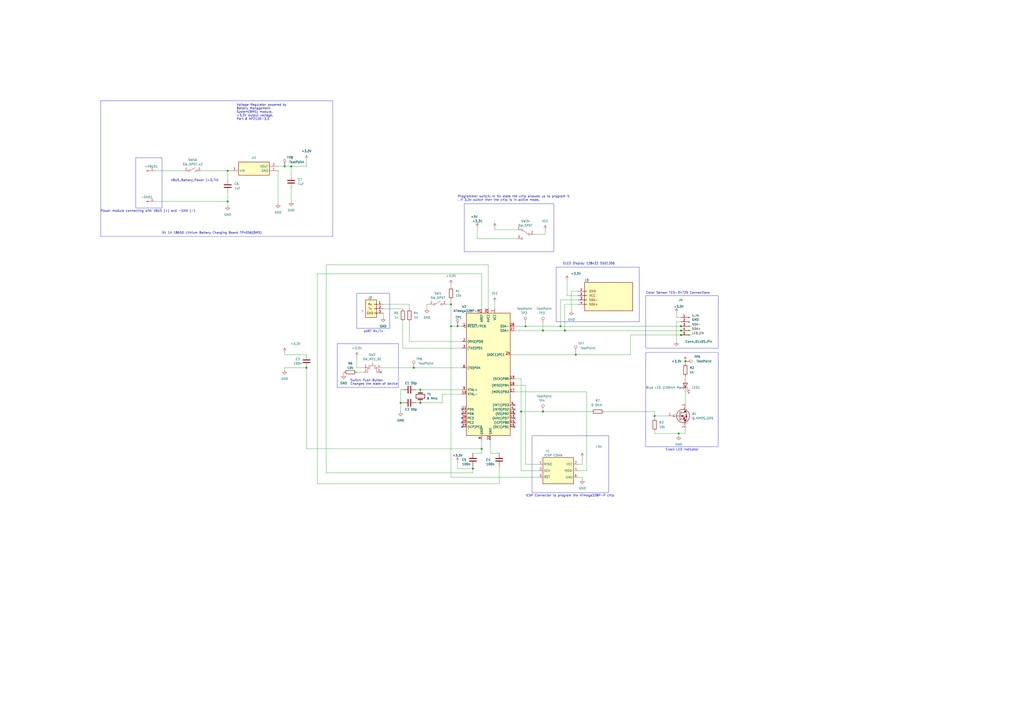
<source format=kicad_sch>
(kicad_sch (version 20230121) (generator eeschema)
  (paper "A2")
  (title_block (title "Color Sensor (Team 3)") (date "2023-11-14") (rev "4"))
  (lib_symbols
    (symbol "+3.3V_1" (power) (pin_names (offset 0))
      (property "Value" "+3.3V_1" (at 0 5.08 0))
      (symbol "+3.3V_1_0_1"
        (polyline (pts (xy -0.762 1.27) (xy 0 2.54)))
        (polyline (pts (xy 0 0) (xy 0 2.54)))
        (polyline (pts (xy 0 2.54) (xy 0.762 1.27)))
      )
      (symbol "+3.3V_1_1_1"
        (pin power_in line (at 0 0 90) (length 0) hide (name "+3.3V") (number "1"))
      )
    )
    (symbol "+3.3V_2" (power) (pin_names (offset 0))
      (property "Value" "+3.3V_2" (at 0 5.08 0))
      (symbol "+3.3V_2_0_1"
        (polyline (pts (xy -0.762 1.27) (xy 0 2.54)))
        (polyline (pts (xy 0 0) (xy 0 2.54)))
        (polyline (pts (xy 0 2.54) (xy 0.762 1.27)))
      )
      (symbol "+3.3V_2_1_1"
        (pin power_in line (at 0 0 90) (length 0) hide (name "+3.3V") (number "1"))
      )
    )
    (symbol "+3.3V_3" (power) (pin_names (offset 0))
      (property "Value" "+3.3V_3" (at 0 5.08 0))
      (symbol "+3.3V_3_0_1"
        (polyline (pts (xy -0.762 1.27) (xy 0 2.54)))
        (polyline (pts (xy 0 0) (xy 0 2.54)))
        (polyline (pts (xy 0 2.54) (xy 0.762 1.27)))
      )
      (symbol "+3.3V_3_1_1"
        (pin power_in line (at 0 0 90) (length 0) hide (name "+3.3V") (number "1"))
      )
    )
    (symbol "+3.3V_4" (power) (pin_names (offset 0))
      (property "Value" "+3.3V_4" (at 0 5.08 0))
      (symbol "+3.3V_4_0_1"
        (polyline (pts (xy -0.762 1.27) (xy 0 2.54)))
        (polyline (pts (xy 0 0) (xy 0 2.54)))
        (polyline (pts (xy 0 2.54) (xy 0.762 1.27)))
      )
      (symbol "+3.3V_4_1_1"
        (pin power_in line (at 0 0 90) (length 0) hide (name "+3.3V") (number "1"))
      )
    )
    (symbol "+5V_1" (power) (pin_names (offset 0))
      (property "Value" "+5V_1" (at 0 5.08 0))
      (symbol "+5V_1_0_1"
        (polyline (pts (xy -0.762 1.27) (xy 0 2.54)))
        (polyline (pts (xy 0 0) (xy 0 2.54)))
        (polyline (pts (xy 0 2.54) (xy 0.762 1.27)))
      )
      (symbol "+5V_1_1_1"
        (pin power_in line (at 0 0 90) (length 0) hide (name "+5V") (number "1"))
      )
    )
    (symbol "2023-11-13_01-53-07:DMN63D8LW-13" (pin_names (offset 0.254))
      (property "Reference" "U" (at 13.97 1.905 0))
      (property "Value" "DMN63D8LW-13" (at 13.97 -2.54 0))
      (symbol "DMN63D8LW-13_0_1"
        (polyline (pts (xy 2.54 0) (xy 5.08 0)) (stroke (width 0.127)))
        (polyline (pts (xy 5.08 0) (xy 6.985 0)) (stroke (width 0.2032)))
        (polyline (pts (xy 6.985 -2.54) (xy 6.985 2.54)) (stroke (width 0.2032)))
        (polyline (pts (xy 7.62 -2.54) (xy 7.62 -1.27)) (stroke (width 0.2032)))
        (polyline (pts (xy 7.62 -1.905) (xy 9.525 -1.905)) (stroke (width 0.2032)))
        (polyline (pts (xy 7.62 -0.635) (xy 7.62 0.635)) (stroke (width 0.2032)))
        (polyline (pts (xy 7.62 1.27) (xy 7.62 2.54)) (stroke (width 0.2032)))
        (polyline (pts (xy 7.62 1.905) (xy 9.525 1.905)) (stroke (width 0.2032)))
        (polyline (pts (xy 8.89 0) (xy 9.525 0)) (stroke (width 0.2032)))
        (polyline (pts (xy 9.525 -5.08) (xy 9.525 -2.54)) (stroke (width 0.127)))
        (polyline (pts (xy 9.525 -2.54) (xy 9.525 0)) (stroke (width 0.2032)))
        (polyline (pts (xy 9.525 -2.54) (xy 10.795 -2.54)) (stroke (width 0.2032)))
        (polyline (pts (xy 9.525 1.905) (xy 9.525 2.54)) (stroke (width 0.2032)))
        (polyline (pts (xy 9.525 2.54) (xy 9.525 5.08)) (stroke (width 0.127)))
        (polyline (pts (xy 9.525 2.54) (xy 10.795 2.54)) (stroke (width 0.2032)))
        (polyline (pts (xy 9.525 5.08) (xy 10.16 5.08)) (stroke (width 0.127)))
        (polyline (pts (xy 10.16 -5.08) (xy 9.525 -5.08)) (stroke (width 0.127)))
        (polyline (pts (xy 10.795 -2.54) (xy 10.795 -0.635)) (stroke (width 0.2032)))
        (polyline (pts (xy 10.795 0.635) (xy 10.795 2.54)) (stroke (width 0.2032)))
        (polyline (pts (xy 11.43 0.635) (xy 10.16 0.635)) (stroke (width 0.2032)))
        (polyline (pts (xy 8.89 0.635) (xy 7.62 0) (xy 8.89 -0.635)) (stroke (width 0.0254)) (fill (type outline)))
        (polyline (pts (xy 11.43 -0.635) (xy 10.16 -0.635) (xy 10.795 0.635)) (stroke (width 0.0254)) (fill (type outline)))
        (circle (center 8.89 0) (radius 3.81) (stroke (width 0.254)))
        (circle (center 9.525 -1.27) (radius 0.0254) (stroke (width 0.508)))
        (circle (center 10.16 -2.54) (radius 0.0254) (stroke (width 0.508)))
        (circle (center 10.16 2.54) (radius 0.0254) (stroke (width 0.508)))
        (pin unspecified line (at 0 0 0) (length 2.54) (name "G") (number "1"))
        (pin unspecified line (at 10.16 7.62 270) (length 2.54) (name "D") (number "2"))
        (pin unspecified line (at 10.16 -7.62 90) (length 2.54) (name "S") (number "3"))
      )
    )
    (symbol "Conn_PIC_ICSP_ICD_1"
      (property "Reference" "J6" (at -3.81 12.7 0))
      (property "Value" "ICSP CONN" (at 5.08 10.16 0))
      (symbol "Conn_PIC_ICSP_ICD_1_0_1"
        (rectangle (start -7.62 7.62) (end 10.16 -7.62) (stroke (width 0.254)) (fill (type background)))
      )
      (symbol "Conn_PIC_ICSP_ICD_1_1_1"
        (pin bidirectional line (at -10.16 3.81 0) (length 2.54) (name "MISO") (number "1"))
        (pin bidirectional line (at 12.7 3.81 180) (length 2.54) (name "VCC") (number "2"))
        (pin output line (at -10.16 0 0) (length 2.54) (name "SCK") (number "3"))
        (pin output line (at 12.7 0 180) (length 2.54) (name "MOSI") (number "4"))
        (pin output line (at -10.16 -3.81 0) (length 2.54) (name "~{RST}") (number "5"))
        (pin output line (at 12.7 -3.81 180) (length 2.54) (name "GND") (number "6"))
      )
    )
    (symbol "Connector:Conn_01x01_Pin" (pin_names (offset 1.016) hide)
      (property "Reference" "J" (at 0 2.54 0))
      (property "Value" "Conn_01x01_Pin" (at 0 -2.54 0))
      (symbol "Conn_01x01_Pin_1_1"
        (polyline (pts (xy 1.27 0) (xy 0.8636 0)) (stroke (width 0.1524)))
        (rectangle (start 0.8636 0.127) (end 0 -0.127) (stroke (width 0.1524)) (fill (type outline)))
        (pin passive line (at 5.08 0 180) (length 3.81) (name "Pin_1") (number "1"))
      )
    )
    (symbol "Connector:Conn_01x05_Pin" (pin_names (offset 1.016) hide)
      (property "Reference" "J" (at 0 7.62 0))
      (property "Value" "Conn_01x05_Pin" (at 0 -7.62 0))
      (symbol "Conn_01x05_Pin_1_1"
        (polyline (pts (xy 1.27 -5.08) (xy 0.8636 -5.08)) (stroke (width 0.1524)))
        (polyline (pts (xy 1.27 -2.54) (xy 0.8636 -2.54)) (stroke (width 0.1524)))
        (polyline (pts (xy 1.27 0) (xy 0.8636 0)) (stroke (width 0.1524)))
        (polyline (pts (xy 1.27 2.54) (xy 0.8636 2.54)) (stroke (width 0.1524)))
        (polyline (pts (xy 1.27 5.08) (xy 0.8636 5.08)) (stroke (width 0.1524)))
        (rectangle (start 0.8636 -4.953) (end 0 -5.207) (stroke (width 0.1524)) (fill (type outline)))
        (rectangle (start 0.8636 -2.413) (end 0 -2.667) (stroke (width 0.1524)) (fill (type outline)))
        (rectangle (start 0.8636 0.127) (end 0 -0.127) (stroke (width 0.1524)) (fill (type outline)))
        (rectangle (start 0.8636 2.667) (end 0 2.413) (stroke (width 0.1524)) (fill (type outline)))
        (rectangle (start 0.8636 5.207) (end 0 4.953) (stroke (width 0.1524)) (fill (type outline)))
        (pin passive line (at 5.08 5.08 180) (length 3.81) (name "Pin_1") (number "1"))
        (pin passive line (at 5.08 2.54 180) (length 3.81) (name "Pin_2") (number "2"))
        (pin passive line (at 5.08 0 180) (length 3.81) (name "Pin_3") (number "3"))
        (pin passive line (at 5.08 -2.54 180) (length 3.81) (name "Pin_4") (number "4"))
        (pin passive line (at 5.08 -5.08 180) (length 3.81) (name "Pin_5") (number "5"))
      )
    )
    (symbol "Connector:TestPoint" (pin_numbers hide) (pin_names (offset 0.762) hide)
      (property "Reference" "TP" (at 0 6.858 0))
      (property "Value" "TestPoint" (at 0 5.08 0))
      (symbol "TestPoint_0_1"
        (circle (center 0 3.302) (radius 0.762))
      )
      (symbol "TestPoint_1_1"
        (pin passive line (at 0 0 90) (length 2.54) (name "1") (number "1"))
      )
    )
    (symbol "Connector_Generic:Conn_01x03" (pin_names (offset 1.016) hide)
      (property "Reference" "J2" (at 7.62 1.27 0))
      (property "Value" "Conn_01x03" (at 6.35 -1.27 0))
      (symbol "Conn_01x03_1_1"
        (rectangle (start -1.27 -2.413) (end 0 -2.667) (stroke (width 0.1524)))
        (rectangle (start -1.27 0.127) (end 0 -0.127) (stroke (width 0.1524)))
        (rectangle (start -1.27 2.667) (end 0 2.413) (stroke (width 0.1524)))
        (rectangle (start -1.27 5.08) (end 5.08 -5.08) (stroke (width 0.254)) (fill (type background)))
        (text "GND" (at 2.54 -2.54 0) (effects (font (size 1.27 1.27))))
        (text "Rx" (at 2.54 2.54 0) (effects (font (size 1.27 1.27))))
        (text "Tx" (at 2.54 0 0) (effects (font (size 1.27 1.27))))
        (pin passive line (at -5.08 2.54 0) (length 3.81) (name "Pin_1") (number "1"))
        (pin passive line (at -5.08 0 0) (length 3.81) (name "Pin_2") (number "2"))
        (pin passive line (at -5.08 -2.54 0) (length 3.81) (name "Pin_3") (number "3"))
      )
    )
    (symbol "Connector_Generic:Conn_01x04" (pin_names (offset 1.016) hide)
      (property "Reference" "J3" (at -1.27 8.89 0))
      (symbol "Conn_01x04_1_1"
        (rectangle (start -1.27 -4.953) (end 0 -5.207) (stroke (width 0.1524)))
        (rectangle (start -1.27 -2.413) (end 0 -2.667) (stroke (width 0.1524)))
        (rectangle (start -1.27 0.127) (end 0 -0.127) (stroke (width 0.1524)))
        (rectangle (start -1.27 2.667) (end 0 2.413) (stroke (width 0.1524)))
        (rectangle (start -1.27 7.62) (end 26.67 -8.89) (stroke (width 0.254)) (fill (type background)))
        (text "GND" (at 1.27 2.54 0) (effects (font (size 1.27 1.27)) (justify left)))
        (text "SDA+\n" (at 1.27 -5.08 0) (effects (font (size 1.27 1.27)) (justify left)))
        (text "SDA-" (at 1.27 -2.54 0) (effects (font (size 1.27 1.27)) (justify left)))
        (text "VCC" (at 1.27 0 0) (effects (font (size 1.27 1.27)) (justify left)))
        (pin passive line (at -5.08 2.54 0) (length 3.81) (name "Pin_1") (number "1"))
        (pin passive line (at -5.08 0 0) (length 3.81) (name "Pin_2") (number "2"))
        (pin passive line (at -5.08 -2.54 0) (length 3.81) (name "Pin_3") (number "3"))
        (pin passive line (at -5.08 -5.08 0) (length 3.81) (name "Pin_4") (number "4"))
      )
    )
    (symbol "Device:C" (pin_numbers hide) (pin_names (offset 0.254))
      (property "Reference" "C" (at 0.635 2.54 0))
      (property "Value" "C" (at 0.635 -2.54 0))
      (symbol "C_0_1"
        (polyline (pts (xy -2.032 -0.762) (xy 2.032 -0.762)) (stroke (width 0.508)))
        (polyline (pts (xy -2.032 0.762) (xy 2.032 0.762)) (stroke (width 0.508)))
      )
      (symbol "C_1_1"
        (pin passive line (at 0 3.81 270) (length 2.794) (name "~") (number "1"))
        (pin passive line (at 0 -3.81 90) (length 2.794) (name "~") (number "2"))
      )
    )
    (symbol "Device:Crystal" (pin_numbers hide) (pin_names (offset 1.016) hide)
      (property "Reference" "Y" (at 0 3.81 0))
      (property "Value" "Crystal" (at 0 -3.81 0))
      (symbol "Crystal_0_1"
        (rectangle (start -1.143 2.54) (end 1.143 -2.54) (stroke (width 0.3048)))
        (polyline (pts (xy -2.54 0) (xy -1.905 0)))
        (polyline (pts (xy -1.905 -1.27) (xy -1.905 1.27)) (stroke (width 0.508)))
        (polyline (pts (xy 1.905 -1.27) (xy 1.905 1.27)) (stroke (width 0.508)))
        (polyline (pts (xy 2.54 0) (xy 1.905 0)))
      )
      (symbol "Crystal_1_1"
        (pin passive line (at -3.81 0 0) (length 1.27) (name "1") (number "1"))
        (pin passive line (at 3.81 0 180) (length 1.27) (name "2") (number "2"))
      )
    )
    (symbol "Device:LED" (pin_numbers hide) (pin_names (offset 1.016) hide)
      (property "Reference" "D" (at 0 2.54 0))
      (property "Value" "LED" (at 0 -2.54 0))
      (symbol "LED_0_1"
        (polyline (pts (xy -1.27 -1.27) (xy -1.27 1.27)) (stroke (width 0.254)))
        (polyline (pts (xy -1.27 0) (xy 1.27 0)))
        (polyline (pts (xy 1.27 -1.27) (xy 1.27 1.27) (xy -1.27 0) (xy 1.27 -1.27)) (stroke (width 0.254)))
        (polyline (pts (xy -3.048 -0.762) (xy -4.572 -2.286) (xy -3.81 -2.286) (xy -4.572 -2.286) (xy -4.572 -1.524)))
        (polyline (pts (xy -1.778 -0.762) (xy -3.302 -2.286) (xy -2.54 -2.286) (xy -3.302 -2.286) (xy -3.302 -1.524)))
      )
      (symbol "LED_1_1"
        (pin passive line (at -3.81 0 0) (length 2.54) (name "K") (number "1"))
        (pin passive line (at 3.81 0 180) (length 2.54) (name "A") (number "2"))
      )
    )
    (symbol "Device:R" (pin_numbers hide) (pin_names (offset 0))
      (property "Reference" "R" (at 2.032 0 90))
      (property "Value" "R" (at 0 0 90))
      (symbol "R_0_1"
        (rectangle (start -1.016 -2.54) (end 1.016 2.54) (stroke (width 0.254)))
      )
      (symbol "R_1_1"
        (pin passive line (at 0 3.81 270) (length 1.27) (name "~") (number "1"))
        (pin passive line (at 0 -3.81 90) (length 1.27) (name "~") (number "2"))
      )
    )
    (symbol "MCU_Microchip_ATmega:ATmega328P-P"
      (property "Reference" "U2" (at -13.97 39.37 0))
      (property "Value" "ATmega328P-P" (at -12.7 36.83 0))
      (symbol "ATmega328P-P_0_1"
        (rectangle (start -12.7 35.56) (end 12.7 -35.56) (stroke (width 0.254)) (fill (type background)))
      )
      (symbol "ATmega328P-P_1_1"
        (pin bidirectional inverted (at -15.24 27.94 0) (length 2.54) (name "~{RESET}/PC6") (number "1"))
        (pin bidirectional line (at -15.24 -11.43 0) (length 2.54) (name "XTAL-") (number "10"))
        (pin bidirectional line (at -15.24 -20.32 0) (length 2.54) (name "PD5") (number "11"))
        (pin bidirectional line (at -15.24 -22.86 0) (length 2.54) (name "PD6") (number "12"))
        (pin bidirectional line (at 15.24 -25.4 180) (length 2.54) (name "(AIN1)PD7") (number "13"))
        (pin bidirectional line (at 15.24 -27.94 180) (length 2.54) (name "(ICP)PB0") (number "14"))
        (pin bidirectional line (at 15.24 -30.48 180) (length 2.54) (name "(OC1)PB1") (number "15"))
        (pin bidirectional line (at 15.24 -22.86 180) (length 2.54) (name "(SS)PB2") (number "16"))
        (pin bidirectional line (at 15.24 -10.16 180) (length 2.54) (name "(MOSI)PB3") (number "17"))
        (pin bidirectional line (at 15.24 -6.35 180) (length 2.54) (name "(MISO)PB4") (number "18"))
        (pin bidirectional line (at 15.24 -2.54 180) (length 2.54) (name "(SCK)PB5") (number "19"))
        (pin bidirectional line (at -15.24 19.05 0) (length 2.54) (name "(RXD)PD0") (number "2"))
        (pin power_in line (at 0 38.1 270) (length 2.54) (name "AVCC") (number "20"))
        (pin passive line (at -3.81 38.1 270) (length 2.54) (name "AREF") (number "21"))
        (pin passive line (at 1.27 -38.1 90) (length 2.54) (name "GND") (number "22"))
        (pin bidirectional line (at -15.24 -30.48 0) (length 2.54) (name "(ICP)PC0") (number "23"))
        (pin bidirectional line (at 12.7 11.43 180) (length 2.54) (name "(ADC1)PC1") (number "24"))
        (pin bidirectional line (at -15.24 -27.94 0) (length 2.54) (name "PC2") (number "25"))
        (pin bidirectional line (at -15.24 -25.4 0) (length 2.54) (name "PC3") (number "26"))
        (pin bidirectional line (at 15.24 25.4 180) (length 2.54) (name "SDA+") (number "27"))
        (pin bidirectional line (at 15.24 27.94 180) (length 2.54) (name "SDA-") (number "28"))
        (pin bidirectional line (at -15.24 15.24 0) (length 2.54) (name "(TXD)PD1") (number "3"))
        (pin bidirectional line (at 15.24 -20.32 180) (length 2.54) (name "(INT0)PD2") (number "4"))
        (pin bidirectional line (at 15.24 -17.78 180) (length 2.54) (name "(INT1)PD3") (number "5"))
        (pin bidirectional line (at -15.24 3.81 0) (length 2.54) (name "(T0)PD4") (number "6"))
        (pin power_in line (at 3.81 38.1 270) (length 2.54) (name "VCC") (number "7"))
        (pin power_in line (at -3.81 -38.1 90) (length 2.54) (name "GND") (number "8"))
        (pin bidirectional line (at -15.24 -8.89 0) (length 2.54) (name "XTAL+") (number "9"))
      )
    )
    (symbol "SamacSys_Parts:AP2120N-3.3TRG1"
      (property "Reference" "PS" (at 24.13 7.62 0))
      (property "Value" "AP2120N-3.3TRG1" (at 24.13 5.08 0))
      (symbol "AP2120N-3.3TRG1_1_1"
        (rectangle (start 5.08 2.54) (end 22.86 -5.08) (stroke (width 0.254)) (fill (type background)))
        (pin passive line (at 0 0 0) (length 5.08) (name "GND") (number "1"))
        (pin passive line (at 0 -2.54 0) (length 5.08) (name "VOUT") (number "2"))
        (pin passive line (at 27.94 0 180) (length 5.08) (name "VIN") (number "3"))
      )
    )
    (symbol "Switch:SW_DPDT_x2" (pin_names (offset 0) hide)
      (property "Reference" "SW" (at 0 4.318 0))
      (property "Value" "SW_DPDT_x2" (at 0 -5.08 0))
      (symbol "SW_DPDT_x2_0_0"
        (circle (center -2.032 0) (radius 0.508))
        (circle (center 2.032 -2.54) (radius 0.508))
      )
      (symbol "SW_DPDT_x2_0_1"
        (polyline (pts (xy -1.524 0.254) (xy 1.651 2.286)))
        (circle (center 2.032 2.54) (radius 0.508))
      )
      (symbol "SW_DPDT_x2_1_1"
        (pin passive line (at 5.08 2.54 180) (length 2.54) (name "A") (number "1"))
        (pin passive line (at -5.08 0 0) (length 2.54) (name "B") (number "2"))
        (pin passive line (at 5.08 -2.54 180) (length 2.54) (name "C") (number "3"))
      )
      (symbol "SW_DPDT_x2_2_1"
        (pin passive line (at 5.08 2.54 180) (length 2.54) (name "A") (number "4"))
        (pin passive line (at -5.08 0 0) (length 2.54) (name "B") (number "5"))
        (pin passive line (at 5.08 -2.54 180) (length 2.54) (name "C") (number "6"))
      )
    )
    (symbol "Switch:SW_DPST_x2" (pin_names (offset 0) hide)
      (property "Reference" "SW" (at 0 3.175 0))
      (property "Value" "SW_DPST_x2" (at 0 -2.54 0))
      (symbol "SW_DPST_x2_0_0"
        (circle (center -2.032 0) (radius 0.508))
        (polyline (pts (xy -1.524 0.254) (xy 1.524 1.778)))
        (circle (center 2.032 0) (radius 0.508))
      )
      (symbol "SW_DPST_x2_1_1"
        (pin passive line (at -5.08 0 0) (length 2.54) (name "A") (number "1"))
        (pin passive line (at 5.08 0 180) (length 2.54) (name "B") (number "2"))
      )
      (symbol "SW_DPST_x2_2_1"
        (pin passive line (at -5.08 0 0) (length 2.54) (name "A") (number "3"))
        (pin passive line (at 5.08 0 180) (length 2.54) (name "B") (number "4"))
      )
    )
    (symbol "Switch:SW_MEC_5E" (pin_names (offset 1.016) hide)
      (property "Reference" "SW" (at 0.635 5.715 0))
      (property "Value" "SW_MEC_5E" (at 0 -3.175 0))
      (symbol "SW_MEC_5E_0_1"
        (circle (center -1.778 2.54) (radius 0.508))
        (polyline (pts (xy -2.286 3.81) (xy 2.286 3.81)))
        (polyline (pts (xy 0 3.81) (xy 0 5.588)))
        (polyline (pts (xy -2.54 0) (xy -2.54 2.54) (xy -2.286 2.54)))
        (polyline (pts (xy 2.54 0) (xy 2.54 2.54) (xy 2.286 2.54)))
        (circle (center 1.778 2.54) (radius 0.508))
        (pin passive line (at -5.08 2.54 0) (length 2.54) (name "1") (number "1"))
        (pin passive line (at -5.08 0 0) (length 2.54) (name "2") (number "2"))
        (pin passive line (at 5.08 0 180) (length 2.54) (name "K") (number "3"))
        (pin passive line (at 5.08 2.54 180) (length 2.54) (name "A") (number "4"))
      )
    )
    (symbol "Switch:SW_SPST" (pin_names (offset 0) hide)
      (property "Reference" "SW" (at 0 3.175 0))
      (property "Value" "SW_SPST" (at 0 -2.54 0))
      (symbol "SW_SPST_0_0"
        (circle (center -2.032 0) (radius 0.508))
        (polyline (pts (xy -1.524 0.254) (xy 1.524 1.778)))
        (circle (center 2.032 0) (radius 0.508))
      )
      (symbol "SW_SPST_1_1"
        (pin passive line (at -5.08 0 0) (length 2.54) (name "A") (number "1"))
        (pin passive line (at 5.08 0 180) (length 2.54) (name "B") (number "2"))
      )
    )
    (symbol "power:+3.3V" (power) (pin_names (offset 0))
      (property "Value" "+3.3V" (at 0 3.556 0))
      (symbol "+3.3V_0_1"
        (polyline (pts (xy -0.762 1.27) (xy 0 2.54)))
        (polyline (pts (xy 0 0) (xy 0 2.54)))
        (polyline (pts (xy 0 2.54) (xy 0.762 1.27)))
      )
      (symbol "+3.3V_1_1"
        (pin power_in line (at 0 0 90) (length 0) hide (name "+3.3V") (number "1"))
      )
    )
    (symbol "power:GND" (power) (pin_names (offset 0))
      (property "Value" "GND" (at 0 -3.81 0))
      (symbol "GND_0_1"
        (polyline (pts (xy 0 0) (xy 0 -1.27) (xy 1.27 -1.27) (xy 0 -2.54) (xy -1.27 -1.27) (xy 0 -1.27)))
      )
      (symbol "GND_1_1"
        (pin power_in line (at 0 0 270) (length 0) hide (name "GND") (number "1"))
      )
    )
    (symbol "power:VCC" (power) (pin_names (offset 0))
      (property "Value" "VCC" (at 0 3.81 0))
      (symbol "VCC_0_1"
        (polyline (pts (xy -0.762 1.27) (xy 0 2.54)))
        (polyline (pts (xy 0 0) (xy 0 2.54)))
        (polyline (pts (xy 0 2.54) (xy 0.762 1.27)))
      )
      (symbol "VCC_1_1"
        (pin power_in line (at 0 0 90) (length 0) hide (name "VCC") (number "1"))
      )
    )
  )
  (junction (at 279.4 260.35))
  (junction (at 394.97 194.31))
  (junction (at 393.7 251.46))
  (junction (at 232.41 233.68))
  (junction (at 397.51 209.55))
  (junction (at 379.73 241.3))
  (junction (at 261.62 176.53))
  (junction (at 314.96 191.77))
  (junction (at 314.96 238.76))
  (junction (at 261.62 189.23))
  (junction (at 243.84 226.06))
  (junction (at 240.03 213.36))
  (junction (at 177.8 213.36))
  (junction (at 274.32 271.78))
  (junction (at 243.84 233.68))
  (junction (at 165.1 96.52))
  (junction (at 302.26 238.76))
  (junction (at 327.66 191.77))
  (junction (at 304.8 189.23))
  (junction (at 132.08 99.06))
  (junction (at 265.43 189.23))
  (junction (at 132.08 116.84))
  (junction (at 394.97 189.23))
  (junction (at 394.97 191.77))
  (junction (at 325.12 189.23))
  (junction (at 334.01 205.74))
  (junction (at 168.91 96.52))
  (no_connect (at 298.45 242.57))
  (no_connect (at 267.97 247.65))
  (no_connect (at 267.97 245.11))
  (no_connect (at 298.45 240.03))
  (no_connect (at 298.45 234.95))
  (no_connect (at 267.97 240.03))
  (no_connect (at 298.45 247.65))
  (no_connect (at 220.98 215.9))
  (no_connect (at 267.97 237.49))
  (no_connect (at 298.45 245.11))
  (no_connect (at 298.45 237.49))
  (no_connect (at 267.97 242.57))
  (wire (pts (xy 302.26 219.71) (xy 302.26 238.76)))
  (wire (pts (xy 284.48 262.89) (xy 289.56 262.89)))
  (wire (pts (xy 314.96 191.77) (xy 327.66 191.77)))
  (wire (pts (xy 379.73 241.3) (xy 387.35 241.3)))
  (wire (pts (xy 316.23 135.89) (xy 309.88 135.89)))
  (wire (pts (xy 256.54 228.6) (xy 256.54 233.68)))
  (wire (pts (xy 237.49 186.69) (xy 237.49 198.12)))
  (wire (pts (xy 337.82 278.13) (xy 337.82 276.86)))
  (wire (pts (xy 335.28 173.99) (xy 325.12 173.99)))
  (wire (pts (xy 401.32 194.31) (xy 394.97 194.31)))
  (wire (pts (xy 302.26 238.76) (xy 314.96 238.76)))
  (wire (pts (xy 298.45 219.71) (xy 302.26 219.71)))
  (wire (pts (xy 287.02 132.08) (xy 287.02 133.35)))
  (wire (pts (xy 295.91 205.74) (xy 334.01 205.74)))
  (wire (pts (xy 279.4 158.75) (xy 279.4 179.07)))
  (wire (pts (xy 165.1 96.52) (xy 168.91 96.52)))
  (wire (pts (xy 168.91 109.22) (xy 168.91 116.84)))
  (wire (pts (xy 365.76 194.31) (xy 394.97 194.31)))
  (wire (pts (xy 261.62 189.23) (xy 261.62 276.86)))
  (wire (pts (xy 132.08 111.76) (xy 132.08 116.84)))
  (wire (pts (xy 335.28 276.86) (xy 337.82 276.86)))
  (wire (pts (xy 299.72 133.35) (xy 287.02 133.35)))
  (wire (pts (xy 265.43 189.23) (xy 267.97 189.23)))
  (wire (pts (xy 165.1 205.74) (xy 177.8 205.74)))
  (wire (pts (xy 261.62 165.1) (xy 261.62 166.37)))
  (wire (pts (xy 177.8 260.35) (xy 279.4 260.35)))
  (wire (pts (xy 283.21 153.67) (xy 283.21 179.07)))
  (wire (pts (xy 161.29 96.52) (xy 165.1 96.52)))
  (wire (pts (xy 256.54 228.6) (xy 267.97 228.6)))
  (wire (pts (xy 241.3 233.68) (xy 243.84 233.68)))
  (wire (pts (xy 298.45 223.52) (xy 304.8 223.52)))
  (wire (pts (xy 397.51 227.33) (xy 397.51 233.68)))
  (wire (pts (xy 189.23 274.32) (xy 189.23 153.67)))
  (wire (pts (xy 325.12 189.23) (xy 394.97 189.23)))
  (wire (pts (xy 335.28 273.05) (xy 340.36 273.05)))
  (wire (pts (xy 184.15 158.75) (xy 279.4 158.75)))
  (wire (pts (xy 232.41 226.06) (xy 232.41 233.68)))
  (wire (pts (xy 243.84 226.06) (xy 267.97 226.06)))
  (wire (pts (xy 222.25 176.53) (xy 237.49 176.53)))
  (wire (pts (xy 165.1 214.63) (xy 165.1 213.36)))
  (wire (pts (xy 298.45 191.77) (xy 314.96 191.77)))
  (wire (pts (xy 298.45 227.33) (xy 340.36 227.33)))
  (wire (pts (xy 233.68 201.93) (xy 267.97 201.93)))
  (wire (pts (xy 199.39 215.9) (xy 199.39 217.17)))
  (wire (pts (xy 274.32 262.89) (xy 279.4 262.89)))
  (wire (pts (xy 168.91 96.52) (xy 168.91 101.6)))
  (wire (pts (xy 397.51 251.46) (xy 393.7 251.46)))
  (wire (pts (xy 233.68 186.69) (xy 233.68 201.93)))
  (wire (pts (xy 298.45 189.23) (xy 304.8 189.23)))
  (wire (pts (xy 189.23 153.67) (xy 283.21 153.67)))
  (wire (pts (xy 274.32 271.78) (xy 265.43 271.78)))
  (wire (pts (xy 340.36 227.33) (xy 340.36 273.05)))
  (wire (pts (xy 276.86 132.08) (xy 276.86 138.43)))
  (wire (pts (xy 401.32 189.23) (xy 394.97 189.23)))
  (wire (pts (xy 274.32 270.51) (xy 274.32 271.78)))
  (wire (pts (xy 302.26 273.05) (xy 302.26 238.76)))
  (wire (pts (xy 312.42 273.05) (xy 302.26 273.05)))
  (wire (pts (xy 261.62 276.86) (xy 312.42 276.86)))
  (wire (pts (xy 274.32 274.32) (xy 189.23 274.32)))
  (wire (pts (xy 210.82 213.36) (xy 207.01 213.36)))
  (wire (pts (xy 334.01 205.74) (xy 334.01 204.47)))
  (wire (pts (xy 232.41 233.68) (xy 232.41 238.76)))
  (wire (pts (xy 248.92 176.53) (xy 247.65 176.53)))
  (wire (pts (xy 334.01 205.74) (xy 365.76 205.74)))
  (wire (pts (xy 335.28 176.53) (xy 327.66 176.53)))
  (wire (pts (xy 274.32 271.78) (xy 274.32 274.32)))
  (wire (pts (xy 392.43 181.61) (xy 392.43 184.15)))
  (wire (pts (xy 132.08 99.06) (xy 133.35 99.06)))
  (wire (pts (xy 304.8 189.23) (xy 325.12 189.23)))
  (wire (pts (xy 132.08 99.06) (xy 132.08 104.14)))
  (wire (pts (xy 261.62 176.53) (xy 261.62 189.23)))
  (wire (pts (xy 316.23 133.35) (xy 316.23 135.89)))
  (wire (pts (xy 397.51 209.55) (xy 397.51 210.82)))
  (wire (pts (xy 379.73 251.46) (xy 379.73 250.19)))
  (wire (pts (xy 331.47 168.91) (xy 331.47 180.34)))
  (wire (pts (xy 397.51 219.71) (xy 397.51 218.44)))
  (wire (pts (xy 261.62 189.23) (xy 265.43 189.23)))
  (wire (pts (xy 165.1 205.74) (xy 165.1 204.47)))
  (wire (pts (xy 392.43 184.15) (xy 394.97 184.15)))
  (wire (pts (xy 233.68 179.07) (xy 222.25 179.07)))
  (wire (pts (xy 177.8 92.71) (xy 177.8 96.52)))
  (wire (pts (xy 279.4 260.35) (xy 279.4 262.89)))
  (wire (pts (xy 394.97 186.69) (xy 392.43 186.69)))
  (wire (pts (xy 393.7 251.46) (xy 393.7 252.73)))
  (wire (pts (xy 328.93 162.56) (xy 328.93 171.45)))
  (wire (pts (xy 247.65 176.53) (xy 247.65 179.07)))
  (wire (pts (xy 401.32 191.77) (xy 394.97 191.77)))
  (wire (pts (xy 327.66 176.53) (xy 327.66 191.77)))
  (wire (pts (xy 276.86 138.43) (xy 299.72 138.43)))
  (wire (pts (xy 284.48 255.27) (xy 284.48 262.89)))
  (wire (pts (xy 184.15 280.67) (xy 184.15 158.75)))
  (wire (pts (xy 165.1 213.36) (xy 177.8 213.36)))
  (wire (pts (xy 379.73 238.76) (xy 379.73 241.3)))
  (wire (pts (xy 392.43 186.69) (xy 392.43 198.12)))
  (wire (pts (xy 220.98 213.36) (xy 240.03 213.36)))
  (wire (pts (xy 177.8 213.36) (xy 177.8 260.35)))
  (wire (pts (xy 237.49 176.53) (xy 237.49 179.07)))
  (wire (pts (xy 207.01 207.01) (xy 207.01 213.36)))
  (wire (pts (xy 312.42 269.24) (xy 304.8 269.24)))
  (wire (pts (xy 168.91 96.52) (xy 177.8 96.52)))
  (wire (pts (xy 116.84 99.06) (xy 132.08 99.06)))
  (wire (pts (xy 90.17 116.84) (xy 132.08 116.84)))
  (wire (pts (xy 331.47 168.91) (xy 335.28 168.91)))
  (wire (pts (xy 222.25 181.61) (xy 222.25 184.15)))
  (wire (pts (xy 233.68 226.06) (xy 232.41 226.06)))
  (wire (pts (xy 132.08 116.84) (xy 132.08 119.38)))
  (wire (pts (xy 325.12 173.99) (xy 325.12 189.23)))
  (wire (pts (xy 241.3 226.06) (xy 243.84 226.06)))
  (wire (pts (xy 90.17 99.06) (xy 106.68 99.06)))
  (wire (pts (xy 379.73 251.46) (xy 393.7 251.46)))
  (wire (pts (xy 337.82 265.43) (xy 337.82 269.24)))
  (wire (pts (xy 397.51 248.92) (xy 397.51 251.46)))
  (wire (pts (xy 304.8 223.52) (xy 304.8 269.24)))
  (wire (pts (xy 289.56 270.51) (xy 289.56 280.67)))
  (wire (pts (xy 365.76 205.74) (xy 365.76 194.31)))
  (wire (pts (xy 327.66 191.77) (xy 394.97 191.77)))
  (wire (pts (xy 350.52 238.76) (xy 379.73 238.76)))
  (wire (pts (xy 304.8 187.96) (xy 304.8 189.23)))
  (wire (pts (xy 314.96 187.96) (xy 314.96 191.77)))
  (wire (pts (xy 335.28 269.24) (xy 337.82 269.24)))
  (wire (pts (xy 261.62 173.99) (xy 261.62 176.53)))
  (wire (pts (xy 289.56 280.67) (xy 184.15 280.67)))
  (wire (pts (xy 287.02 175.26) (xy 287.02 179.07)))
  (wire (pts (xy 259.08 176.53) (xy 261.62 176.53)))
  (wire (pts (xy 240.03 213.36) (xy 267.97 213.36)))
  (wire (pts (xy 279.4 255.27) (xy 279.4 260.35)))
  (wire (pts (xy 161.29 99.06) (xy 161.29 118.11)))
  (wire (pts (xy 207.01 215.9) (xy 210.82 215.9)))
  (wire (pts (xy 243.84 233.68) (xy 256.54 233.68)))
  (wire (pts (xy 314.96 238.76) (xy 342.9 238.76)))
  (wire (pts (xy 335.28 171.45) (xy 328.93 171.45)))
  (wire (pts (xy 265.43 271.78) (xy 265.43 267.97)))
  (wire (pts (xy 237.49 198.12) (xy 267.97 198.12)))
  (wire (pts (xy 232.41 233.68) (xy 233.68 233.68)))
  (wire (pts (xy 379.73 242.57) (xy 379.73 241.3)))
  (rectangle (start 308.61 252.73) (end 353.06 285.75))
  (rectangle (start 78.74 91.44) (end 93.98 120.65))
  (rectangle (start 269.24 118.11) (end 321.31 146.05))
  (rectangle (start 322.58 154.94) (end 370.84 186.69))
  (rectangle (start 374.65 204.47) (end 416.56 259.08))
  (rectangle (start 58.42 58.42) (end 193.04 137.16))
  (rectangle (start 207.01 170.18) (end 226.06 190.5))
  (rectangle (start 374.65 171.45) (end 416.56 201.93))
  (rectangle (start 195.58 199.39) (end 231.14 224.79))
  (text "Switch Push Button\nChanges the state of device" (at 203.2 223.52 0) (effects (font (size 1.27 1.27)) (justify left bottom)))
  (text "Power module connecting with VBUS (+) and -GND (-)\n" (at 58.42 123.19 0) (effects (font (size 1.27 1.27)) (justify left bottom)))
  (text "Programmer switch: In 5V state the chip allowes us to program it\n. If 3.3V switch then the chip is in active mode." (at 265.43 116.84 0) (effects (font (size 1.27 1.27)) (justify left bottom)))
  (text "ICSP Connector to program the ATmega328P-P chip" (at 304.8 288.29 0) (effects (font (size 1.27 1.27)) (justify left bottom)))
  (text "OLED Display 128x32 SSD1306\n" (at 326.39 153.67 0) (effects (font (size 1.27 1.27)) (justify left bottom)))
  (text "Color Sensor TCS-34725 Connections\n\n" (at 374.65 172.72 0) (effects (font (size 1.27 1.27)) (justify left bottom)))
  (text "UART Rx/Tx\n" (at 222.25 193.04 0) (effects (font (size 1.27 1.27)) (justify right bottom)))
  (text "5V 1A 18650 Lithium Battery Charging Board TP4056(BMS)" (at 93.98 135.89 0) (effects (font (size 1.27 1.27)) (justify left bottom)))
  (text "Clock LED Indicator" (at 386.08 261.62 0) (effects (font (size 1.27 1.27)) (justify left bottom)))
  (text "Voltage Regulator powered by \nBattery Management \nSystem(BMS) module.\n+3.3V output voltage.\nPart # AP2120-3.3" (at 137.16 69.85 0) (effects (font (size 1.27 1.27)) (justify left bottom)))
  (text "VBUS_Battary_Power (+3.7V)\n" (at 99.06 105.41 0) (effects (font (size 1.27 1.27)) (justify left bottom)))
  (label "LED_EN" (at 401.32 194.31 0) (effects (font (size 1.2446 1.2446))))
  (label "SDA+" (at 401.32 191.77 0) (effects (font (size 1.2446 1.2446))))
  (label "SDA-" (at 401.32 189.23 0) (effects (font (size 1.2446 1.2446))))
  (label "V_IN" (at 401.32 184.15 0) (effects (font (size 1.2446 1.2446))))
  (symbol (lib_id "power:VCC") (at 287.02 175.26 0) (unit 1)
    (property "Reference" "#PWR010" (effects hide))
    (property "Value" "VCC" (at 287.02 170.18 0))
  )
  (symbol (lib_name "+5V_1") (lib_id "power:+5V") (at 337.82 265.43 0) (unit 1)
    (property "Reference" "#PWR05" (effects hide))
    (property "Value" "+5V (Programmer Source)" (at 349.25 259.08 0) (effects (justify right)))
  )
  (symbol (lib_id "Switch:SW_DPST_x2") (at 111.76 99.06 0) (unit 1)
    (property "Reference" "SW4" (at 111.76 92.71 0))
    (property "Value" "SW_DPST_x2" (at 111.76 95.25 0))
    (property "Footprint" "Button_Switch_THT:SW_DIP_SPSTx01_Slide_9.78x4.72mm_W7.62mm_P2.54mm" (effects hide))
  )
  (symbol (lib_id "power:+3.3V") (at 397.51 209.55 0) (unit 1)
    (property "Reference" "#+3.3V0102" (effects hide))
    (property "Value" "+3.3V" (at 392.43 209.55 0))
  )
  (symbol (lib_id "power:GND") (at 165.1 214.63 0) (unit 1)
    (property "Reference" "#PWR048" (effects hide))
    (property "Value" "GND" (at 165.1 219.71 0))
  )
  (symbol (lib_id "Device:R") (at 233.68 182.88 0) (mirror x) (unit 1)
    (property "Reference" "R5" (at 231.14 181.61 0) (effects (justify right)))
    (property "Value" "1k" (at 231.14 184.15 0) (effects (justify right)))
    (property "Footprint" "Resistor_SMD:R_1206_3216Metric" (effects hide))
  )
  (symbol (lib_id "Connector:TestPoint") (at 334.01 204.47 0) (unit 1)
    (property "Reference" "TP7" (at 335.28 199.39 0) (effects (justify left)))
    (property "Value" "TestPoint" (at 336.55 201.93 0) (effects (justify left)))
    (property "Footprint" "Connector_PinHeader_1.00mm:PinHeader_1x01_P1.00mm_Vertical" (effects hide))
  )
  (symbol (lib_id "power:VCC") (at 316.23 133.35 0) (mirror y) (unit 1)
    (property "Reference" "#PWR03" (effects hide))
    (property "Value" "VCC" (at 316.23 128.27 0))
  )
  (symbol (lib_id "power:GND") (at 331.47 180.34 0) (unit 1)
    (property "Reference" "#PWR02" (effects hide))
    (property "Value" "GND" (at 331.47 185.42 0))
  )
  (symbol (lib_name "+3.3V_2") (lib_id "power:+3.3V") (at 392.43 181.61 0) (unit 1)
    (property "Reference" "#+3.3V0103" (effects hide))
    (property "Value" "+3.3V (330µA Max)" (at 393.7 177.8 0))
  )
  (symbol (lib_id "Connector:TestPoint") (at 165.1 96.52 0) (unit 1)
    (property "Reference" "TP8" (at 166.37 91.44 0) (effects (justify left)))
    (property "Value" "TestPoint" (at 167.64 93.98 0) (effects (justify left)))
    (property "Footprint" "Connector_PinHeader_1.00mm:PinHeader_1x01_P1.00mm_Vertical" (effects hide))
  )
  (symbol (lib_id "power:GND") (at 392.43 198.12 0) (unit 1)
    (property "Reference" "#PWR04" (effects hide))
    (property "Value" "GND" (at 401.32 185.42 0) (effects (justify left)))
  )
  (symbol (lib_id "power:GND") (at 247.65 179.07 0) (unit 1)
    (property "Reference" "#PWR032" (effects hide))
    (property "Value" "GND" (at 247.65 184.15 0))
  )
  (symbol (lib_id "Connector:TestPoint") (at 240.03 213.36 0) (unit 1)
    (property "Reference" "TP6" (at 241.3 208.28 0) (effects (justify left)))
    (property "Value" "TestPoint" (at 242.57 210.82 0) (effects (justify left)))
    (property "Footprint" "Connector_PinHeader_1.00mm:PinHeader_1x01_P1.00mm_Vertical" (effects hide))
  )
  (symbol (lib_id "Device:R") (at 237.49 182.88 0) (mirror x) (unit 1)
    (property "Reference" "R4" (at 242.57 181.61 0) (effects (justify right)))
    (property "Value" "1k" (at 242.57 184.15 0) (effects (justify right)))
    (property "Footprint" "Resistor_SMD:R_1206_3216Metric" (effects hide))
  )
  (symbol (lib_id "Connector:Conn_01x05_Pin") (at 400.05 189.23 0) (mirror y) (unit 1)
    (property "Reference" "J4" (at 393.7 173.99 0) (effects (justify right)))
    (property "Value" "Conn_01x05_Pin" (at 397.51 198.12 0) (effects (justify right)))
    (property "Footprint" "Connector_PinHeader_2.54mm:PinHeader_1x05_P2.54mm_Vertical" (effects hide))
  )
  (symbol (lib_id "Switch:SW_MEC_5E") (at 215.9 215.9 0) (unit 1)
    (property "Reference" "SW2" (at 215.9 205.74 0))
    (property "Value" "SW_MEC_5E" (at 215.9 208.28 0))
    (property "Footprint" "Connector_PinHeader_2.54mm:PinHeader_1x04_P2.54mm_Vertical" (effects hide))
    (property "Datasheet" "http://www.apem.com/int/index.php?controller=attachment&id_attachment=1371" (effects hide))
  )
  (symbol (lib_id "power:+3.3V") (at 276.86 132.08 0) (mirror y) (unit 1)
    (property "Reference" "#+3.3V01" (effects hide))
    (property "Value" "+3.3V" (at 276.86 128.27 0))
  )
  (symbol (lib_id "Connector:TestPoint") (at 314.96 187.96 0) (unit 1)
    (property "Reference" "TP3" (at 312.42 181.61 0) (effects (justify left)))
    (property "Value" "TestPoint" (at 311.15 179.07 0) (effects (justify left)))
    (property "Footprint" "Connector_PinHeader_1.00mm:PinHeader_1x01_P1.00mm_Vertical" (effects hide))
  )
  (symbol (lib_id "Device:C") (at 237.49 233.68 90) (unit 1)
    (property "Reference" "C2" (at 236.22 237.49 90))
    (property "Value" "30p" (at 240.03 237.49 90))
    (property "Footprint" "Capacitor_SMD:C_1206_3216Metric_Pad1.33x1.80mm_HandSolder" (effects hide))
  )
  (symbol (lib_id "power:GND") (at 168.91 116.84 0) (unit 1)
    (property "Reference" "#PWR022" (effects hide))
    (property "Value" "GND" (at 168.91 121.92 0))
  )
  (symbol (lib_id "power:+3.3V") (at 265.43 267.97 0) (unit 1)
    (property "Reference" "#PWR029" (effects hide))
    (property "Value" "+3.3V" (at 265.43 264.16 0))
  )
  (symbol (lib_id "Device:R") (at 379.73 246.38 0) (unit 1)
    (property "Reference" "R3" (at 382.27 245.11 0) (effects (justify left)))
    (property "Value" "10k" (at 382.27 247.65 0) (effects (justify left)))
    (property "Footprint" "Resistor_SMD:R_1206_3216Metric" (effects hide))
  )
  (symbol (lib_id "power:GND") (at 222.25 184.15 0) (mirror y) (unit 1)
    (property "Reference" "#PWR040" (effects hide))
    (property "Value" "GND" (at 222.25 189.23 0))
  )
  (symbol (lib_id "power:+3.3V") (at 261.62 165.1 0) (unit 1)
    (property "Reference" "#+3.3V0105" (effects hide))
    (property "Value" "+3.3V" (at 261.62 160.02 0))
  )
  (symbol (lib_name "Conn_PIC_ICSP_ICD_1") (lib_id "Connector:Conn_PIC_ICSP_ICD") (at 322.58 273.05 0) (unit 1)
    (property "Reference" "J1" (at 318.77 261.62 0) (effects (justify right)))
    (property "Value" "ICSP CONN" (at 326.39 264.16 0) (effects (justify right)))
    (property "Footprint" "PH2_06_UA:CONN_PH2-06-UA_ADM" (effects hide))
    (property "Datasheet" "http://ww1.microchip.com/downloads/en/devicedoc/30277d.pdf" (effects hide))
  )
  (symbol (lib_id "Device:C") (at 132.08 107.95 0) (unit 1)
    (property "Reference" "C6" (at 135.89 106.68 0) (effects (justify left)))
    (property "Value" "1uF" (at 135.89 109.22 0) (effects (justify left)))
    (property "Footprint" "Capacitor_SMD:C_1206_3216Metric_Pad1.33x1.80mm_HandSolder" (effects hide))
  )
  (symbol (lib_id "2023-11-13_01-53-07:DMN63D8LW-13") (at 387.35 241.3 0) (unit 1)
    (property "Reference" "Q1" (at 401.32 240.03 0) (effects (justify left)))
    (property "Value" "Q_NMOS_GDS" (at 401.32 242.57 0) (effects (justify left)))
    (property "Footprint" "DMN63D9LW:SOIC_D8LW-13_DIO" (effects hide))
    (property "Datasheet" "DMN63D8LW-13" (effects hide))
  )
  (symbol (lib_name "+3.3V_1") (lib_id "power:+3.3V") (at 177.8 92.71 0) (unit 1)
    (property "Reference" "#+3.3V0101" (effects hide))
    (property "Value" "+3.3V (250mA Max)" (at 177.8 87.63 0))
  )
  (symbol (lib_id "Device:C") (at 177.8 209.55 180) (unit 1)
    (property "Reference" "C3" (at 172.72 208.28 0))
    (property "Value" "100n" (at 172.72 210.82 0))
    (property "Footprint" "Capacitor_SMD:C_1206_3216Metric_Pad1.33x1.80mm_HandSolder" (effects hide))
  )
  (symbol (lib_name "+3.3V_3") (lib_id "power:+3.3V") (at 328.93 162.56 0) (unit 1)
    (property "Reference" "#PWR01" (effects hide))
    (property "Value" "+3.3V (16mA MAX)" (at 334.01 158.75 0))
  )
  (symbol (lib_id "Device:C") (at 274.32 266.7 0) (unit 1)
    (property "Reference" "C5" (at 269.24 266.7 0))
    (property "Value" "100n" (at 284.48 269.24 0))
    (property "Footprint" "Capacitor_SMD:C_1206_3216Metric_Pad1.33x1.80mm_HandSolder" (effects hide))
  )
  (symbol (lib_name "+3.3V_4") (lib_id "power:+3.3V") (at 165.1 204.47 0) (unit 1)
    (property "Reference" "#PWR031" (effects hide))
    (property "Value" "+3.3V (2.3mA Max)" (at 171.45 199.39 0))
  )
  (symbol (lib_id "power:GND") (at 232.41 238.76 0) (unit 1)
    (property "Reference" "#PWR027" (effects hide))
    (property "Value" "GND" (at 232.41 243.84 0))
  )
  (symbol (lib_id "Device:C") (at 237.49 226.06 90) (unit 1)
    (property "Reference" "C1" (at 236.22 222.25 90))
    (property "Value" "30p" (at 240.03 222.25 90))
    (property "Footprint" "Capacitor_SMD:C_1206_3216Metric_Pad1.33x1.80mm_HandSolder" (effects hide))
  )
  (symbol (lib_id "power:GND") (at 132.08 119.38 0) (unit 1)
    (property "Reference" "#PWR07" (effects hide))
    (property "Value" "GND" (at 132.08 124.46 0))
  )
  (symbol (lib_id "Connector:Conn_01x01_Pin") (at 85.09 116.84 0) (unit 1)
    (property "Reference" "-GND1" (at 85.09 114.3 0))
    (property "Value" "Conn_01x01_Pin" (effects hide))
    (property "Footprint" "Connector_PinHeader_2.54mm:PinHeader_1x01_P2.54mm_Vertical" (effects hide))
  )
  (symbol (lib_id "Connector:TestPoint") (at 304.8 187.96 0) (unit 1)
    (property "Reference" "TP2" (at 302.26 181.61 0) (effects (justify left)))
    (property "Value" "TestPoint" (at 299.72 179.07 0) (effects (justify left)))
    (property "Footprint" "Connector_PinHeader_1.00mm:PinHeader_1x01_P1.00mm_Vertical" (effects hide))
  )
  (symbol (lib_id "Device:R") (at 346.71 238.76 270) (unit 1)
    (property "Reference" "R7" (at 346.71 232.41 90))
    (property "Value" "0 Ohm " (at 346.71 234.95 90))
    (property "Footprint" "Resistor_THT:R_Axial_DIN0204_L3.6mm_D1.6mm_P5.08mm_Horizontal" (effects hide))
  )
  (symbol (lib_id "Device:Crystal") (at 243.84 229.87 90) (unit 1)
    (property "Reference" "Y1" (at 247.65 228.6 90) (effects (justify right)))
    (property "Value" "8 MHz " (at 247.65 231.14 90) (effects (justify right)))
    (property "Footprint" "footprints:ATS08A-E_CTS" (effects hide))
  )
  (symbol (lib_id "Connector:TestPoint") (at 397.51 209.55 270) (unit 1)
    (property "Reference" "TP5" (at 402.59 207.01 90) (effects (justify left)))
    (property "Value" "TestPoint" (at 403.86 209.55 90) (effects (justify left)))
    (property "Footprint" "Connector_PinHeader_1.00mm:PinHeader_1x01_P1.00mm_Vertical" (effects hide))
  )
  (symbol (lib_id "power:GND") (at 337.82 278.13 0) (unit 1)
    (property "Reference" "#PWR06" (effects hide))
    (property "Value" "GND" (at 337.82 283.21 0))
  )
  (symbol (lib_id "Connector:Conn_01x01_Pin") (at 85.09 99.06 0) (unit 1)
    (property "Reference" "+VBUS1" (at 83.82 96.52 0) (effects (justify left)))
    (property "Value" "Conn_01x01_Pin" (effects hide))
    (property "Footprint" "Connector_PinHeader_2.54mm:PinHeader_1x01_P2.54mm_Vertical" (effects hide))
  )
  (symbol (lib_id "Device:R") (at 261.62 170.18 0) (unit 1)
    (property "Reference" "R1" (at 264.16 168.91 0) (effects (justify left)))
    (property "Value" "10k" (at 264.16 171.45 0) (effects (justify left)))
    (property "Footprint" "Resistor_SMD:R_1206_3216Metric" (effects hide))
  )
  (symbol (lib_id "Switch:SW_SPST") (at 254 176.53 0) (unit 1)
    (property "Reference" "SW1" (at 254 170.18 0))
    (property "Value" "SW_SPST" (at 254 172.72 0))
    (property "Footprint" "Button_Switch_THT:SW_PUSH_6mm" (effects hide))
  )
  (symbol (lib_id "Device:R") (at 397.51 214.63 0) (unit 1)
    (property "Reference" "R2" (at 400.05 213.36 0) (effects (justify left)))
    (property "Value" "1k" (at 400.05 215.9 0) (effects (justify left)))
    (property "Footprint" "Resistor_SMD:R_1206_3216Metric" (effects hide))
  )
  (symbol (lib_id "power:GND") (at 161.29 118.11 0) (unit 1)
    (property "Reference" "#PWR020" (effects hide))
    (property "Value" "GND" (at 161.29 123.19 0))
  )
  (symbol (lib_id "MCU_Microchip_ATmega:ATmega328P-P") (at 283.21 217.17 0) (unit 1)
    (property "Reference" "U2" (at 269.24 177.8 0))
    (property "Value" "ATmega328P-P" (at 270.51 180.34 0))
    (property "Footprint" "Package_DIP:DIP-28_W7.62mm" (effects hide))
    (property "Datasheet" "http://ww1.microchip.com/downloads/en/DeviceDoc/ATmega328_P%20AVR%20MCU%20with%20picoPower%20Technology%20Data%20Sheet%2040001984A.pdf" (effects hide))
  )
  (symbol (lib_id "power:GND") (at 199.39 217.17 0) (unit 1)
    (property "Reference" "#PWR028" (effects hide))
    (property "Value" "GND" (at 199.39 222.25 0))
  )
  (symbol (lib_id "SamacSys_Parts:AP2120N-3.3TRG1") (at 161.29 99.06 180) (unit 1)
    (property "Reference" "U1" (at 147.32 91.44 0))
    (property "Value" "~" (at 161.29 99.06 0))
    (property "Footprint" "SamacSys_Parts:SOT96P240X120-3N" (effects hide))
    (property "Datasheet" "https://componentsearchengine.com/Datasheets/1/AP2120N-3.3TRG1.pdf" (effects hide))
    (property "Height" "1.2" (effects hide))
    (property "Manufacturer_Name" "Diodes Inc." (effects hide))
    (property "Manufacturer_Part_Number" "AP2120N-3.3TRG1" (effects hide))
    (property "Mouser Part Number" "621-AP2120N-3.3TRG1" (effects hide))
    (property "Mouser Price/Stock" "https://www.mouser.co.uk/ProductDetail/Diodes-Incorporated/AP2120N-3.3TRG1?qs=x6A8l6qLYDA1usfeaZ7Tnw%3D%3D" (effects hide))
    (property "Arrow Part Number" "AP2120N-3.3TRG1" (effects hide))
    (property "Arrow Price/Stock" "https://www.arrow.com/en/products/ap2120n-3.3trg1/diodes-incorporated?region=nac" (effects hide))
  )
  (symbol (lib_id "Device:LED") (at 397.51 223.52 90) (unit 1)
    (property "Reference" "LED1" (at 401.32 224.79 90) (effects (justify right)))
    (property "Value" "Blue LED (100mA Max)" (at 374.65 224.79 90) (effects (justify right)))
    (property "Footprint" "LED_SMD:LTST-B680" (effects hide))
  )
  (symbol (lib_id "power:+3.3V") (at 207.01 207.01 0) (unit 1)
    (property "Reference" "#+3.3V0104" (effects hide))
    (property "Value" "+3.3V" (at 207.01 201.93 0))
  )
  (symbol (lib_id "Connector_Generic:Conn_01x04") (at 340.36 171.45 0) (unit 1)
    (property "Reference" "J3" (at 339.09 162.56 0) (effects (justify left)))
    (property "Value" "Conn_01x04" (effects hide))
    (property "Footprint" "Connector_PinHeader_2.54mm:PinHeader_1x04_P2.54mm_Vertical" (effects hide))
  )
  (symbol (lib_id "Connector:TestPoint") (at 265.43 189.23 0) (unit 1)
    (property "Reference" "TP1" (at 264.16 184.15 0) (effects (justify left)))
    (property "Value" "TestPoint" (effects hide))
    (property "Footprint" "Connector_PinHeader_1.00mm:PinHeader_1x01_P1.00mm_Vertical" (effects hide))
  )
  (symbol (lib_id "Device:C") (at 289.56 266.7 180) (unit 1)
    (property "Reference" "C4" (at 283.21 266.7 0))
    (property "Value" "100n" (at 270.51 269.24 0))
    (property "Footprint" "Capacitor_SMD:C_1206_3216Metric_Pad1.33x1.80mm_HandSolder" (effects hide))
  )
  (symbol (lib_id "Connector_Generic:Conn_01x03") (at 217.17 179.07 0) (mirror y) (unit 1)
    (property "Reference" "J2" (at 214.63 172.72 0))
    (property "Value" "~" (at 210.82 180.34 0) (effects (justify left)))
    (property "Footprint" "Connector_PinHeader_2.54mm:PinHeader_1x03_P2.54mm_Vertical" (effects hide))
  )
  (symbol (lib_id "Connector:TestPoint") (at 314.96 238.76 0) (unit 1)
    (property "Reference" "TP4" (at 312.42 232.41 0) (effects (justify left)))
    (property "Value" "TestPoint" (at 311.15 229.87 0) (effects (justify left)))
    (property "Footprint" "Connector_PinHeader_1.00mm:PinHeader_1x01_P1.00mm_Vertical" (effects hide))
  )
  (symbol (lib_id "Switch:SW_DPDT_x2") (at 304.8 135.89 0) (mirror y) (unit 1)
    (property "Reference" "SW3" (at 304.8 128.27 0))
    (property "Value" "SW_SPDT" (at 304.8 130.81 0))
    (property "Footprint" "Button_Switch_THT:SW_E-Switch_EG1271_SPDT_123" (effects hide))
  )
  (symbol (lib_id "Device:C") (at 168.91 105.41 0) (unit 1)
    (property "Reference" "C7" (at 172.72 104.14 0) (effects (justify left)))
    (property "Value" "1uF" (at 172.72 106.68 0) (effects (justify left)))
    (property "Footprint" "Capacitor_SMD:C_1206_3216Metric_Pad1.33x1.80mm_HandSolder" (effects hide))
  )
  (symbol (lib_name "+5V_1") (lib_id "power:+5V") (at 287.02 132.08 0) (mirror y) (unit 1)
    (property "Reference" "#PWR09" (effects hide))
    (property "Value" "+5V (Programmer Source)" (at 273.05 125.73 0) (effects (justify right)))
  )
  (symbol (lib_id "power:GND") (at 393.7 252.73 0) (unit 1)
    (property "Reference" "#PWR08" (effects hide))
    (property "Value" "GND" (at 393.7 257.81 0))
  )
  (symbol (lib_id "Device:R") (at 203.2 215.9 90) (unit 1)
    (property "Reference" "R6" (at 203.2 210.82 90))
    (property "Value" "10k" (at 203.2 213.36 90))
    (property "Footprint" "Resistor_SMD:R_1206_3216Metric" (effects hide))
  )
)
</source>
